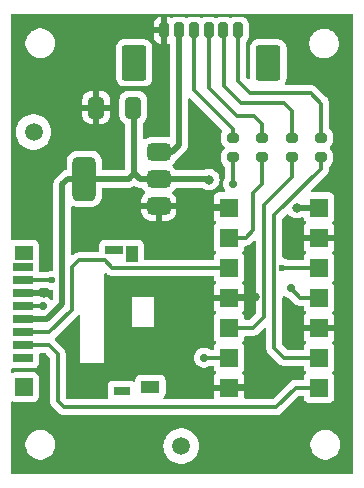
<source format=gbr>
%TF.GenerationSoftware,KiCad,Pcbnew,8.0.5-8.0.5-0~ubuntu20.04.1*%
%TF.CreationDate,2024-10-09T19:15:31-03:00*%
%TF.ProjectId,MicroSD,4d696372-6f53-4442-9e6b-696361645f70,Luis G_mez*%
%TF.SameCoordinates,Original*%
%TF.FileFunction,Copper,L1,Top*%
%TF.FilePolarity,Positive*%
%FSLAX46Y46*%
G04 Gerber Fmt 4.6, Leading zero omitted, Abs format (unit mm)*
G04 Created by KiCad (PCBNEW 8.0.5-8.0.5-0~ubuntu20.04.1) date 2024-10-09 19:15:31*
%MOMM*%
%LPD*%
G01*
G04 APERTURE LIST*
G04 Aperture macros list*
%AMRoundRect*
0 Rectangle with rounded corners*
0 $1 Rounding radius*
0 $2 $3 $4 $5 $6 $7 $8 $9 X,Y pos of 4 corners*
0 Add a 4 corners polygon primitive as box body*
4,1,4,$2,$3,$4,$5,$6,$7,$8,$9,$2,$3,0*
0 Add four circle primitives for the rounded corners*
1,1,$1+$1,$2,$3*
1,1,$1+$1,$4,$5*
1,1,$1+$1,$6,$7*
1,1,$1+$1,$8,$9*
0 Add four rect primitives between the rounded corners*
20,1,$1+$1,$2,$3,$4,$5,0*
20,1,$1+$1,$4,$5,$6,$7,0*
20,1,$1+$1,$6,$7,$8,$9,0*
20,1,$1+$1,$8,$9,$2,$3,0*%
G04 Aperture macros list end*
%TA.AperFunction,SMDPad,CuDef*%
%ADD10C,1.500000*%
%TD*%
%TA.AperFunction,SMDPad,CuDef*%
%ADD11RoundRect,0.200000X-0.275000X0.200000X-0.275000X-0.200000X0.275000X-0.200000X0.275000X0.200000X0*%
%TD*%
%TA.AperFunction,SMDPad,CuDef*%
%ADD12R,1.600000X1.600000*%
%TD*%
%TA.AperFunction,SMDPad,CuDef*%
%ADD13RoundRect,0.375000X0.625000X0.375000X-0.625000X0.375000X-0.625000X-0.375000X0.625000X-0.375000X0*%
%TD*%
%TA.AperFunction,SMDPad,CuDef*%
%ADD14RoundRect,0.500000X0.500000X1.400000X-0.500000X1.400000X-0.500000X-1.400000X0.500000X-1.400000X0*%
%TD*%
%TA.AperFunction,SMDPad,CuDef*%
%ADD15RoundRect,0.200000X0.275000X-0.200000X0.275000X0.200000X-0.275000X0.200000X-0.275000X-0.200000X0*%
%TD*%
%TA.AperFunction,SMDPad,CuDef*%
%ADD16RoundRect,0.200000X-0.200000X-0.450000X0.200000X-0.450000X0.200000X0.450000X-0.200000X0.450000X0*%
%TD*%
%TA.AperFunction,SMDPad,CuDef*%
%ADD17RoundRect,0.250001X-0.799999X-1.249999X0.799999X-1.249999X0.799999X1.249999X-0.799999X1.249999X0*%
%TD*%
%TA.AperFunction,SMDPad,CuDef*%
%ADD18RoundRect,0.250000X0.412500X0.650000X-0.412500X0.650000X-0.412500X-0.650000X0.412500X-0.650000X0*%
%TD*%
%TA.AperFunction,SMDPad,CuDef*%
%ADD19R,1.750000X0.700000*%
%TD*%
%TA.AperFunction,SMDPad,CuDef*%
%ADD20R,1.000000X1.450000*%
%TD*%
%TA.AperFunction,SMDPad,CuDef*%
%ADD21R,1.550000X1.000000*%
%TD*%
%TA.AperFunction,SMDPad,CuDef*%
%ADD22R,1.500000X0.800000*%
%TD*%
%TA.AperFunction,SMDPad,CuDef*%
%ADD23R,1.500000X1.300000*%
%TD*%
%TA.AperFunction,SMDPad,CuDef*%
%ADD24R,1.500000X1.500000*%
%TD*%
%TA.AperFunction,SMDPad,CuDef*%
%ADD25R,1.400000X0.800000*%
%TD*%
%TA.AperFunction,ViaPad*%
%ADD26C,0.800000*%
%TD*%
%TA.AperFunction,ViaPad*%
%ADD27C,0.700000*%
%TD*%
%TA.AperFunction,ViaPad*%
%ADD28C,0.600000*%
%TD*%
%TA.AperFunction,Conductor*%
%ADD29C,0.500000*%
%TD*%
%TA.AperFunction,Conductor*%
%ADD30C,0.350000*%
%TD*%
G04 APERTURE END LIST*
D10*
%TO.P,FID2,*%
%TO.N,*%
X102430000Y-110520000D03*
%TD*%
D11*
%TO.P,R2,1*%
%TO.N,Net-(J2-Pin_5)*%
X124300000Y-111010000D03*
%TO.P,R2,2*%
%TO.N,Net-(R2-Pad2)*%
X124300000Y-112660000D03*
%TD*%
D12*
%TO.P,U3,14,VCC*%
%TO.N,VDD*%
X126610000Y-116920000D03*
%TO.P,U3,13*%
%TO.N,GND*%
X126610000Y-119460000D03*
%TO.P,U3,12*%
%TO.N,Net-(J1-DAT0)*%
X126610000Y-122000000D03*
%TO.P,U3,11*%
%TO.N,Net-(R4-Pad1)*%
X126610000Y-124540000D03*
%TO.P,U3,10*%
%TO.N,GND*%
X126610000Y-127080000D03*
%TO.P,U3,9*%
%TO.N,Net-(R3-Pad2)*%
X126610000Y-129620000D03*
%TO.P,U3,8*%
%TO.N,/DAT3{slash}CD*%
X126610000Y-132160000D03*
%TO.P,U3,7,GND*%
%TO.N,GND*%
X118990000Y-132160000D03*
%TO.P,U3,6*%
%TO.N,Net-(J1-CLK)*%
X118990000Y-129620000D03*
%TO.P,U3,5*%
%TO.N,Net-(R2-Pad2)*%
X118990000Y-127080000D03*
%TO.P,U3,4*%
%TO.N,GND*%
X118990000Y-124540000D03*
%TO.P,U3,3*%
%TO.N,Net-(J1-CMD)*%
X118990000Y-122000000D03*
%TO.P,U3,2*%
%TO.N,Net-(R1-Pad2)*%
X118990000Y-119460000D03*
%TO.P,U3,1*%
%TO.N,GND*%
X118990000Y-116920000D03*
%TD*%
D11*
%TO.P,R1,1*%
%TO.N,Net-(J2-Pin_4)*%
X121800000Y-111010000D03*
%TO.P,R1,2*%
%TO.N,Net-(R1-Pad2)*%
X121800000Y-112660000D03*
%TD*%
D13*
%TO.P,U2,1,ADJ*%
%TO.N,GND*%
X113030000Y-116790000D03*
%TO.P,U2,2,VO*%
%TO.N,VDD*%
X113030000Y-114490000D03*
D14*
X106730000Y-114490000D03*
D13*
%TO.P,U2,3,VI*%
%TO.N,Net-(J2-Pin_2)*%
X113030000Y-112190000D03*
%TD*%
D11*
%TO.P,R3,1*%
%TO.N,Net-(J2-Pin_6)*%
X126800000Y-111010000D03*
%TO.P,R3,2*%
%TO.N,Net-(R3-Pad2)*%
X126800000Y-112660000D03*
%TD*%
D15*
%TO.P,R4,1*%
%TO.N,Net-(R4-Pad1)*%
X119300000Y-112660000D03*
%TO.P,R4,2*%
%TO.N,/PIN3*%
X119300000Y-111010000D03*
%TD*%
D16*
%TO.P,J2,1,Pin_1*%
%TO.N,GND*%
X113500000Y-101910000D03*
%TO.P,J2,2,Pin_2*%
%TO.N,Net-(J2-Pin_2)*%
X114750000Y-101910000D03*
%TO.P,J2,3,Pin_3*%
%TO.N,/PIN3*%
X116000000Y-101910000D03*
%TO.P,J2,4,Pin_4*%
%TO.N,Net-(J2-Pin_4)*%
X117250000Y-101910000D03*
%TO.P,J2,5,Pin_5*%
%TO.N,Net-(J2-Pin_5)*%
X118500000Y-101910000D03*
%TO.P,J2,6,Pin_6*%
%TO.N,Net-(J2-Pin_6)*%
X119750000Y-101910000D03*
D17*
%TO.P,J2,MP,MountPin*%
%TO.N,unconnected-(J2-MountPin-PadMP)*%
X110950000Y-104660000D03*
%TO.N,unconnected-(J2-MountPin-PadMP)_1*%
X122300000Y-104660000D03*
%TD*%
D10*
%TO.P,FID1,*%
%TO.N,*%
X114930000Y-137120000D03*
%TD*%
D18*
%TO.P,C1,1*%
%TO.N,VDD*%
X110862500Y-108460000D03*
%TO.P,C1,2*%
%TO.N,GND*%
X107737500Y-108460000D03*
%TD*%
D19*
%TO.P,J1,1,DAT2*%
%TO.N,unconnected-(J1-DAT2-Pad1)*%
X101530000Y-129670000D03*
%TO.P,J1,2,DAT3/CD*%
%TO.N,/DAT3{slash}CD*%
X101530000Y-128570000D03*
%TO.P,J1,3,CMD*%
%TO.N,Net-(J1-CMD)*%
X101530000Y-127470000D03*
%TO.P,J1,4,VDD*%
%TO.N,VDD*%
X101530000Y-126370000D03*
%TO.P,J1,5,CLK*%
%TO.N,Net-(J1-CLK)*%
X101530000Y-125270000D03*
%TO.P,J1,6,VSS*%
%TO.N,GND*%
X101530000Y-124170000D03*
%TO.P,J1,7,DAT0*%
%TO.N,Net-(J1-DAT0)*%
X101530000Y-123070000D03*
%TO.P,J1,8,DAT1*%
%TO.N,unconnected-(J1-DAT1-Pad8)*%
X101530000Y-121970000D03*
D20*
%TO.P,J1,9,SHIELD*%
%TO.N,unconnected-(J1-SHIELD-Pad9)*%
X110755000Y-120845000D03*
D21*
%TO.P,J1,10*%
%TO.N,N/C*%
X112330000Y-132070000D03*
D22*
%TO.P,J1,11*%
X109255000Y-120520000D03*
D23*
X101655000Y-120770000D03*
D24*
X101655000Y-132120000D03*
D25*
X109905000Y-132470000D03*
%TD*%
D26*
%TO.N,GND*%
X121100000Y-132070000D03*
X125010000Y-127080000D03*
X121155000Y-124470000D03*
X125090000Y-119460000D03*
X108530000Y-116820000D03*
X103280000Y-124170000D03*
X107800000Y-110260000D03*
D27*
%TO.N,Net-(J1-CLK)*%
X116880000Y-129620000D03*
X103234999Y-125270000D03*
D28*
%TO.N,Net-(J1-DAT0)*%
X104030000Y-123070000D03*
X123505000Y-122020000D03*
D27*
%TO.N,Net-(R4-Pad1)*%
X119300000Y-114910000D03*
X124210000Y-123760000D03*
D26*
%TO.N,VDD*%
X117280000Y-114540000D03*
X124728008Y-116918008D03*
%TD*%
D29*
%TO.N,GND*%
X125010000Y-127080000D02*
X126610000Y-127080000D01*
X113030000Y-116790000D02*
X118850000Y-116860000D01*
%TO.N,VDD*%
X110962500Y-114002500D02*
X110475000Y-114490000D01*
X110475000Y-114490000D02*
X106730000Y-114490000D01*
X101530000Y-126370000D02*
X103560000Y-126370000D01*
X103560000Y-126370000D02*
X104850000Y-125080000D01*
X105320000Y-114490000D02*
X106730000Y-114490000D01*
X104850000Y-125080000D02*
X104850000Y-114960000D01*
X104850000Y-114960000D02*
X105320000Y-114490000D01*
%TO.N,Net-(J2-Pin_2)*%
X114750000Y-101910000D02*
X114750000Y-111590000D01*
X114150000Y-112190000D02*
X113030000Y-112190000D01*
X114750000Y-111590000D02*
X114150000Y-112190000D01*
%TO.N,VDD*%
X117280000Y-114540000D02*
X117230000Y-114490000D01*
X117230000Y-114490000D02*
X113030000Y-114490000D01*
%TO.N,GND*%
X125090000Y-119460000D02*
X126610000Y-119460000D01*
D30*
%TO.N,Net-(R4-Pad1)*%
X124210000Y-123760000D02*
X124990000Y-124540000D01*
X124990000Y-124540000D02*
X126610000Y-124540000D01*
%TO.N,Net-(J1-CLK)*%
X103234999Y-125270000D02*
X101530000Y-125270000D01*
D29*
%TO.N,VDD*%
X110962500Y-114002500D02*
X111450000Y-114490000D01*
X111450000Y-114490000D02*
X113040000Y-114490000D01*
%TO.N,GND*%
X108530000Y-116820000D02*
X108570000Y-116780000D01*
X108570000Y-116780000D02*
X113020000Y-116780000D01*
X113020000Y-116780000D02*
X113030000Y-116790000D01*
D30*
%TO.N,Net-(J2-Pin_5)*%
X124300000Y-108770000D02*
X124300000Y-111010000D01*
X118530000Y-106640000D02*
X119970330Y-108080000D01*
X119970330Y-108080000D02*
X123610000Y-108080000D01*
X123610000Y-108080000D02*
X124300000Y-108770000D01*
%TO.N,/DAT3{slash}CD*%
X101530000Y-128570000D02*
X103740000Y-128570000D01*
X104480000Y-133270000D02*
X105030000Y-133820000D01*
X103740000Y-128570000D02*
X104480000Y-129310000D01*
X124640000Y-132160000D02*
X126610000Y-132160000D01*
X104480000Y-129310000D02*
X104480000Y-133270000D01*
X105030000Y-133820000D02*
X122980000Y-133820000D01*
X122980000Y-133820000D02*
X124640000Y-132160000D01*
%TO.N,Net-(J1-CMD)*%
X118990000Y-122000000D02*
X109082488Y-122000000D01*
X109082488Y-122000000D02*
X108477488Y-121395000D01*
X108477488Y-121395000D02*
X106280000Y-121395000D01*
X106280000Y-121395000D02*
X105700000Y-121975000D01*
X105700000Y-121975000D02*
X105700000Y-125550000D01*
X105700000Y-125550000D02*
X103780000Y-127470000D01*
X103780000Y-127470000D02*
X101530000Y-127470000D01*
%TO.N,Net-(R3-Pad2)*%
X126800000Y-112660000D02*
X126800000Y-113610000D01*
X126800000Y-113610000D02*
X122830000Y-117580000D01*
X123630000Y-129620000D02*
X126610000Y-129620000D01*
X122830000Y-117580000D02*
X122830000Y-128820000D01*
X122830000Y-128820000D02*
X123630000Y-129620000D01*
%TO.N,Net-(R1-Pad2)*%
X121780000Y-112680000D02*
X121780000Y-114960000D01*
X121780000Y-114960000D02*
X121030000Y-115710000D01*
X121030000Y-115710000D02*
X121030000Y-118820000D01*
X120390000Y-119460000D02*
X118990000Y-119460000D01*
X121030000Y-118820000D02*
X120390000Y-119460000D01*
%TO.N,Net-(J2-Pin_6)*%
X126800000Y-111010000D02*
X126800000Y-108110000D01*
X125890000Y-107200000D02*
X120760000Y-107200000D01*
X119750000Y-106190000D02*
X119750000Y-101910000D01*
X126800000Y-108110000D02*
X125890000Y-107200000D01*
X120760000Y-107200000D02*
X119750000Y-106190000D01*
%TO.N,/PIN3*%
X119300000Y-111010000D02*
X119300000Y-110300000D01*
X119300000Y-110300000D02*
X116000000Y-107000000D01*
X116000000Y-107000000D02*
X116000000Y-101910000D01*
%TO.N,Net-(J2-Pin_4)*%
X121800000Y-111010000D02*
X121800000Y-109870000D01*
X121800000Y-109870000D02*
X121130000Y-109200000D01*
X121130000Y-109200000D02*
X119660000Y-109200000D01*
X119660000Y-109200000D02*
X117250000Y-106790000D01*
X117250000Y-106790000D02*
X117250000Y-101910000D01*
%TO.N,Net-(J1-CLK)*%
X116880000Y-129620000D02*
X118990000Y-129620000D01*
D29*
%TO.N,GND*%
X121100000Y-132070000D02*
X119080000Y-132070000D01*
X121155000Y-124470000D02*
X119060000Y-124470000D01*
D30*
%TO.N,Net-(R2-Pad2)*%
X124300000Y-112660000D02*
X124300000Y-114300000D01*
X121930000Y-116670000D02*
X121930000Y-126170000D01*
X124300000Y-114300000D02*
X121930000Y-116670000D01*
X121930000Y-126170000D02*
X121020000Y-127080000D01*
X121020000Y-127080000D02*
X118990000Y-127080000D01*
D29*
%TO.N,GND*%
X107737500Y-108460000D02*
X107730000Y-103820000D01*
X107730000Y-103820000D02*
X107737500Y-103812500D01*
X107737500Y-103812500D02*
X107737500Y-102812500D01*
X107737500Y-102812500D02*
X108640000Y-101910000D01*
X108640000Y-101910000D02*
X113500000Y-101910000D01*
%TO.N,VDD*%
X126608008Y-116918008D02*
X126610000Y-116920000D01*
X124728008Y-116918008D02*
X126608008Y-116918008D01*
D30*
%TO.N,Net-(J1-DAT0)*%
X123505000Y-122020000D02*
X123525000Y-122000000D01*
X123525000Y-122000000D02*
X126610000Y-122000000D01*
D29*
%TO.N,GND*%
X107800000Y-110260000D02*
X107737500Y-110197500D01*
X107737500Y-110197500D02*
X107737500Y-108460000D01*
X103280000Y-124170000D02*
X101530000Y-124170000D01*
D30*
%TO.N,Net-(J1-DAT0)*%
X104030000Y-123070000D02*
X101530000Y-123070000D01*
%TO.N,Net-(R4-Pad1)*%
X119300000Y-112660000D02*
X119300000Y-114910000D01*
D29*
%TO.N,VDD*%
X110962500Y-108560000D02*
X110962500Y-114002500D01*
D30*
%TO.N,Net-(J2-Pin_5)*%
X118530000Y-101940000D02*
X118530000Y-106640000D01*
%TD*%
%TA.AperFunction,Conductor*%
%TO.N,GND*%
G36*
X129442539Y-100520185D02*
G01*
X129488294Y-100572989D01*
X129499500Y-100624500D01*
X129499500Y-139375500D01*
X129479815Y-139442539D01*
X129427011Y-139488294D01*
X129375500Y-139499500D01*
X100624500Y-139499500D01*
X100557461Y-139479815D01*
X100511706Y-139427011D01*
X100500500Y-139375500D01*
X100500500Y-136901577D01*
X101749500Y-136901577D01*
X101749500Y-137098422D01*
X101780290Y-137292826D01*
X101841117Y-137480029D01*
X101906771Y-137608881D01*
X101930476Y-137655405D01*
X102046172Y-137814646D01*
X102185354Y-137953828D01*
X102344595Y-138069524D01*
X102427455Y-138111743D01*
X102519970Y-138158882D01*
X102519972Y-138158882D01*
X102519975Y-138158884D01*
X102620317Y-138191487D01*
X102707173Y-138219709D01*
X102901578Y-138250500D01*
X102901583Y-138250500D01*
X103098422Y-138250500D01*
X103292826Y-138219709D01*
X103480025Y-138158884D01*
X103655405Y-138069524D01*
X103814646Y-137953828D01*
X103953828Y-137814646D01*
X104069524Y-137655405D01*
X104158884Y-137480025D01*
X104219709Y-137292826D01*
X104247083Y-137119994D01*
X113424357Y-137119994D01*
X113424357Y-137120005D01*
X113444890Y-137367812D01*
X113444892Y-137367824D01*
X113505936Y-137608881D01*
X113605826Y-137836606D01*
X113741833Y-138044782D01*
X113741836Y-138044785D01*
X113910256Y-138227738D01*
X114106491Y-138380474D01*
X114325190Y-138498828D01*
X114560386Y-138579571D01*
X114805665Y-138620500D01*
X115054335Y-138620500D01*
X115299614Y-138579571D01*
X115534810Y-138498828D01*
X115753509Y-138380474D01*
X115949744Y-138227738D01*
X116118164Y-138044785D01*
X116254173Y-137836607D01*
X116354063Y-137608881D01*
X116415108Y-137367821D01*
X116415109Y-137367812D01*
X116435643Y-137120005D01*
X116435643Y-137119994D01*
X116417544Y-136901577D01*
X125879500Y-136901577D01*
X125879500Y-137098422D01*
X125910290Y-137292826D01*
X125971117Y-137480029D01*
X126036771Y-137608881D01*
X126060476Y-137655405D01*
X126176172Y-137814646D01*
X126315354Y-137953828D01*
X126474595Y-138069524D01*
X126557455Y-138111743D01*
X126649970Y-138158882D01*
X126649972Y-138158882D01*
X126649975Y-138158884D01*
X126750317Y-138191487D01*
X126837173Y-138219709D01*
X127031578Y-138250500D01*
X127031583Y-138250500D01*
X127228422Y-138250500D01*
X127422826Y-138219709D01*
X127610025Y-138158884D01*
X127785405Y-138069524D01*
X127944646Y-137953828D01*
X128083828Y-137814646D01*
X128199524Y-137655405D01*
X128288884Y-137480025D01*
X128349709Y-137292826D01*
X128380500Y-137098422D01*
X128380500Y-136901577D01*
X128349709Y-136707173D01*
X128288882Y-136519970D01*
X128199523Y-136344594D01*
X128083828Y-136185354D01*
X127944646Y-136046172D01*
X127785405Y-135930476D01*
X127610029Y-135841117D01*
X127422826Y-135780290D01*
X127228422Y-135749500D01*
X127228417Y-135749500D01*
X127031583Y-135749500D01*
X127031578Y-135749500D01*
X126837173Y-135780290D01*
X126649970Y-135841117D01*
X126474594Y-135930476D01*
X126383741Y-135996485D01*
X126315354Y-136046172D01*
X126315352Y-136046174D01*
X126315351Y-136046174D01*
X126176174Y-136185351D01*
X126176174Y-136185352D01*
X126176172Y-136185354D01*
X126126485Y-136253741D01*
X126060476Y-136344594D01*
X125971117Y-136519970D01*
X125910290Y-136707173D01*
X125879500Y-136901577D01*
X116417544Y-136901577D01*
X116415109Y-136872187D01*
X116415107Y-136872175D01*
X116354063Y-136631118D01*
X116254173Y-136403393D01*
X116118166Y-136195217D01*
X116096557Y-136171744D01*
X115949744Y-136012262D01*
X115753509Y-135859526D01*
X115753507Y-135859525D01*
X115753506Y-135859524D01*
X115534811Y-135741172D01*
X115534802Y-135741169D01*
X115299616Y-135660429D01*
X115054335Y-135619500D01*
X114805665Y-135619500D01*
X114560383Y-135660429D01*
X114325197Y-135741169D01*
X114325188Y-135741172D01*
X114106493Y-135859524D01*
X113910257Y-136012261D01*
X113741833Y-136195217D01*
X113605826Y-136403393D01*
X113505936Y-136631118D01*
X113444892Y-136872175D01*
X113444890Y-136872187D01*
X113424357Y-137119994D01*
X104247083Y-137119994D01*
X104250500Y-137098422D01*
X104250500Y-136901577D01*
X104219709Y-136707173D01*
X104158882Y-136519970D01*
X104069523Y-136344594D01*
X103953828Y-136185354D01*
X103814646Y-136046172D01*
X103655405Y-135930476D01*
X103480029Y-135841117D01*
X103292826Y-135780290D01*
X103098422Y-135749500D01*
X103098417Y-135749500D01*
X102901583Y-135749500D01*
X102901578Y-135749500D01*
X102707173Y-135780290D01*
X102519970Y-135841117D01*
X102344594Y-135930476D01*
X102253741Y-135996485D01*
X102185354Y-136046172D01*
X102185352Y-136046174D01*
X102185351Y-136046174D01*
X102046174Y-136185351D01*
X102046174Y-136185352D01*
X102046172Y-136185354D01*
X101996485Y-136253741D01*
X101930476Y-136344594D01*
X101841117Y-136519970D01*
X101780290Y-136707173D01*
X101749500Y-136901577D01*
X100500500Y-136901577D01*
X100500500Y-133431904D01*
X100520185Y-133364865D01*
X100572989Y-133319110D01*
X100642147Y-133309166D01*
X100667832Y-133315721D01*
X100797517Y-133364091D01*
X100797516Y-133364091D01*
X100804444Y-133364835D01*
X100857127Y-133370500D01*
X102452872Y-133370499D01*
X102512483Y-133364091D01*
X102647331Y-133313796D01*
X102762546Y-133227546D01*
X102848796Y-133112331D01*
X102899091Y-132977483D01*
X102905500Y-132917873D01*
X102905499Y-131322128D01*
X102899091Y-131262517D01*
X102895402Y-131252627D01*
X102848797Y-131127671D01*
X102848793Y-131127664D01*
X102762547Y-131012455D01*
X102762544Y-131012452D01*
X102647335Y-130926206D01*
X102647328Y-130926202D01*
X102512482Y-130875908D01*
X102512483Y-130875908D01*
X102452883Y-130869501D01*
X102452881Y-130869500D01*
X102452873Y-130869500D01*
X102452864Y-130869500D01*
X100857129Y-130869500D01*
X100857123Y-130869501D01*
X100797515Y-130875909D01*
X100667832Y-130924277D01*
X100598141Y-130929261D01*
X100536818Y-130895775D01*
X100503334Y-130834452D01*
X100500500Y-130808095D01*
X100500500Y-130644499D01*
X100520185Y-130577460D01*
X100572989Y-130531705D01*
X100624495Y-130520499D01*
X102452872Y-130520499D01*
X102512483Y-130514091D01*
X102647331Y-130463796D01*
X102762546Y-130377546D01*
X102848796Y-130262331D01*
X102899091Y-130127483D01*
X102905500Y-130067873D01*
X102905499Y-129369499D01*
X102925183Y-129302461D01*
X102977987Y-129256706D01*
X103029499Y-129245500D01*
X103408837Y-129245500D01*
X103475876Y-129265185D01*
X103496518Y-129281819D01*
X103768181Y-129553482D01*
X103801666Y-129614805D01*
X103804500Y-129641163D01*
X103804500Y-133336535D01*
X103830457Y-133467028D01*
X103830459Y-133467036D01*
X103881378Y-133589965D01*
X103881383Y-133589975D01*
X103955304Y-133700605D01*
X103955307Y-133700609D01*
X104505305Y-134250606D01*
X104599394Y-134344695D01*
X104599397Y-134344697D01*
X104599398Y-134344698D01*
X104710020Y-134418613D01*
X104710023Y-134418614D01*
X104710031Y-134418620D01*
X104832964Y-134469540D01*
X104832968Y-134469540D01*
X104832969Y-134469541D01*
X104963466Y-134495500D01*
X104963469Y-134495500D01*
X123046532Y-134495500D01*
X123046533Y-134495499D01*
X123177036Y-134469541D01*
X123299969Y-134418620D01*
X123410606Y-134344695D01*
X124883482Y-132871819D01*
X124944805Y-132838334D01*
X124971163Y-132835500D01*
X125185501Y-132835500D01*
X125252540Y-132855185D01*
X125298295Y-132907989D01*
X125309501Y-132959500D01*
X125309501Y-133007876D01*
X125315908Y-133067483D01*
X125366202Y-133202328D01*
X125366206Y-133202335D01*
X125452452Y-133317544D01*
X125452455Y-133317547D01*
X125567664Y-133403793D01*
X125567671Y-133403797D01*
X125702517Y-133454091D01*
X125702516Y-133454091D01*
X125709444Y-133454835D01*
X125762127Y-133460500D01*
X127457872Y-133460499D01*
X127517483Y-133454091D01*
X127652331Y-133403796D01*
X127767546Y-133317546D01*
X127853796Y-133202331D01*
X127904091Y-133067483D01*
X127910500Y-133007873D01*
X127910499Y-131312128D01*
X127904091Y-131252517D01*
X127889148Y-131212454D01*
X127853797Y-131117671D01*
X127853793Y-131117664D01*
X127767547Y-131002455D01*
X127767546Y-131002454D01*
X127750347Y-130989579D01*
X127749929Y-130989266D01*
X127708058Y-130933334D01*
X127703074Y-130863642D01*
X127736558Y-130802319D01*
X127749930Y-130790733D01*
X127767546Y-130777546D01*
X127853796Y-130662331D01*
X127904091Y-130527483D01*
X127910500Y-130467873D01*
X127910499Y-128772128D01*
X127904091Y-128712517D01*
X127853796Y-128577669D01*
X127853795Y-128577668D01*
X127853793Y-128577664D01*
X127767547Y-128462455D01*
X127749511Y-128448953D01*
X127707640Y-128393019D01*
X127702657Y-128323327D01*
X127736143Y-128262004D01*
X127749515Y-128250418D01*
X127767191Y-128237186D01*
X127853350Y-128122093D01*
X127853354Y-128122086D01*
X127903596Y-127987379D01*
X127903598Y-127987372D01*
X127909999Y-127927844D01*
X127910000Y-127927827D01*
X127910000Y-127330000D01*
X125310000Y-127330000D01*
X125310000Y-127927844D01*
X125316401Y-127987372D01*
X125316403Y-127987379D01*
X125366645Y-128122086D01*
X125366649Y-128122093D01*
X125452808Y-128237185D01*
X125470486Y-128250419D01*
X125512357Y-128306352D01*
X125517342Y-128376044D01*
X125483858Y-128437367D01*
X125470490Y-128448951D01*
X125452455Y-128462452D01*
X125452452Y-128462455D01*
X125366206Y-128577664D01*
X125366202Y-128577671D01*
X125315908Y-128712517D01*
X125311506Y-128753469D01*
X125309501Y-128772123D01*
X125309500Y-128772135D01*
X125309500Y-128820500D01*
X125289815Y-128887539D01*
X125237011Y-128933294D01*
X125185500Y-128944500D01*
X123961163Y-128944500D01*
X123894124Y-128924815D01*
X123873482Y-128908181D01*
X123541819Y-128576518D01*
X123508334Y-128515195D01*
X123505500Y-128488837D01*
X123505500Y-124542790D01*
X123525185Y-124475751D01*
X123577989Y-124429996D01*
X123647147Y-124420052D01*
X123702386Y-124442473D01*
X123782401Y-124500608D01*
X123782402Y-124500609D01*
X123782404Y-124500610D01*
X123782407Y-124500612D01*
X123945733Y-124573329D01*
X124065112Y-124598703D01*
X124126592Y-124631895D01*
X124127011Y-124632312D01*
X124465305Y-124970606D01*
X124559394Y-125064695D01*
X124559397Y-125064697D01*
X124559398Y-125064698D01*
X124670020Y-125138613D01*
X124670024Y-125138615D01*
X124670031Y-125138620D01*
X124706037Y-125153534D01*
X124792964Y-125189541D01*
X124923464Y-125215499D01*
X124923468Y-125215500D01*
X124923469Y-125215500D01*
X125185501Y-125215500D01*
X125252540Y-125235185D01*
X125298295Y-125287989D01*
X125309501Y-125339500D01*
X125309501Y-125387876D01*
X125315908Y-125447483D01*
X125366202Y-125582328D01*
X125366206Y-125582335D01*
X125452452Y-125697544D01*
X125452455Y-125697547D01*
X125470487Y-125711046D01*
X125512358Y-125766980D01*
X125517342Y-125836671D01*
X125483856Y-125897994D01*
X125470488Y-125909578D01*
X125452809Y-125922812D01*
X125366649Y-126037906D01*
X125366645Y-126037913D01*
X125316403Y-126172620D01*
X125316401Y-126172627D01*
X125310000Y-126232155D01*
X125310000Y-126830000D01*
X127910000Y-126830000D01*
X127910000Y-126232172D01*
X127909999Y-126232155D01*
X127903598Y-126172627D01*
X127903596Y-126172620D01*
X127853354Y-126037913D01*
X127853350Y-126037906D01*
X127767190Y-125922812D01*
X127767189Y-125922811D01*
X127749513Y-125909579D01*
X127707641Y-125853646D01*
X127702657Y-125783954D01*
X127736142Y-125722631D01*
X127749500Y-125711055D01*
X127767546Y-125697546D01*
X127853796Y-125582331D01*
X127904091Y-125447483D01*
X127910500Y-125387873D01*
X127910499Y-123692128D01*
X127904091Y-123632517D01*
X127898621Y-123617852D01*
X127853797Y-123497671D01*
X127853793Y-123497664D01*
X127767547Y-123382455D01*
X127767546Y-123382454D01*
X127750347Y-123369579D01*
X127749929Y-123369266D01*
X127708058Y-123313334D01*
X127703074Y-123243642D01*
X127736558Y-123182319D01*
X127749930Y-123170733D01*
X127767546Y-123157546D01*
X127853796Y-123042331D01*
X127904091Y-122907483D01*
X127910500Y-122847873D01*
X127910499Y-121152128D01*
X127904091Y-121092517D01*
X127853796Y-120957669D01*
X127853795Y-120957668D01*
X127853793Y-120957664D01*
X127767547Y-120842455D01*
X127749511Y-120828953D01*
X127707640Y-120773019D01*
X127702657Y-120703327D01*
X127736143Y-120642004D01*
X127749515Y-120630418D01*
X127767191Y-120617186D01*
X127853350Y-120502093D01*
X127853354Y-120502086D01*
X127903596Y-120367379D01*
X127903598Y-120367372D01*
X127909999Y-120307844D01*
X127910000Y-120307827D01*
X127910000Y-119710000D01*
X125310000Y-119710000D01*
X125310000Y-120307844D01*
X125316401Y-120367372D01*
X125316403Y-120367379D01*
X125366645Y-120502086D01*
X125366649Y-120502093D01*
X125452808Y-120617185D01*
X125470486Y-120630419D01*
X125512357Y-120686352D01*
X125517342Y-120756044D01*
X125483858Y-120817367D01*
X125470490Y-120828951D01*
X125452455Y-120842452D01*
X125452452Y-120842455D01*
X125366206Y-120957664D01*
X125366202Y-120957671D01*
X125315908Y-121092517D01*
X125309501Y-121152116D01*
X125309501Y-121152123D01*
X125309500Y-121152135D01*
X125309500Y-121200500D01*
X125289815Y-121267539D01*
X125237011Y-121313294D01*
X125185500Y-121324500D01*
X123938451Y-121324500D01*
X123872480Y-121305495D01*
X123854522Y-121294211D01*
X123684255Y-121234632D01*
X123684254Y-121234631D01*
X123684249Y-121234630D01*
X123615616Y-121226897D01*
X123551202Y-121199830D01*
X123511647Y-121142235D01*
X123505500Y-121103677D01*
X123505500Y-117911162D01*
X123525185Y-117844123D01*
X123541815Y-117823485D01*
X123864987Y-117500312D01*
X123926308Y-117466829D01*
X123995999Y-117471813D01*
X124044814Y-117505021D01*
X124122137Y-117590896D01*
X124122140Y-117590898D01*
X124275273Y-117702156D01*
X124275278Y-117702159D01*
X124448200Y-117779150D01*
X124448205Y-117779152D01*
X124633362Y-117818508D01*
X124633363Y-117818508D01*
X124822652Y-117818508D01*
X124822654Y-117818508D01*
X125007811Y-117779152D01*
X125141350Y-117719695D01*
X125210597Y-117710410D01*
X125273874Y-117740038D01*
X125311088Y-117799173D01*
X125315073Y-117819717D01*
X125315907Y-117827480D01*
X125366202Y-117962328D01*
X125366206Y-117962335D01*
X125452452Y-118077544D01*
X125452455Y-118077547D01*
X125470487Y-118091046D01*
X125512358Y-118146980D01*
X125517342Y-118216671D01*
X125483856Y-118277994D01*
X125470488Y-118289578D01*
X125452809Y-118302812D01*
X125366649Y-118417906D01*
X125366645Y-118417913D01*
X125316403Y-118552620D01*
X125316401Y-118552627D01*
X125310000Y-118612155D01*
X125310000Y-119210000D01*
X127910000Y-119210000D01*
X127910000Y-118612172D01*
X127909999Y-118612155D01*
X127903598Y-118552627D01*
X127903596Y-118552620D01*
X127853354Y-118417913D01*
X127853350Y-118417906D01*
X127767190Y-118302812D01*
X127767189Y-118302811D01*
X127749513Y-118289579D01*
X127707641Y-118233646D01*
X127702657Y-118163954D01*
X127736142Y-118102631D01*
X127749500Y-118091055D01*
X127767546Y-118077546D01*
X127853796Y-117962331D01*
X127904091Y-117827483D01*
X127910500Y-117767873D01*
X127910499Y-116072128D01*
X127904091Y-116012517D01*
X127880039Y-115948031D01*
X127853797Y-115877671D01*
X127853793Y-115877664D01*
X127767547Y-115762455D01*
X127767544Y-115762452D01*
X127652335Y-115676206D01*
X127652328Y-115676202D01*
X127517482Y-115625908D01*
X127517483Y-115625908D01*
X127457883Y-115619501D01*
X127457881Y-115619500D01*
X127457873Y-115619500D01*
X127457865Y-115619500D01*
X126045161Y-115619500D01*
X125978122Y-115599815D01*
X125932367Y-115547011D01*
X125922423Y-115477853D01*
X125951448Y-115414297D01*
X125957464Y-115407835D01*
X127324695Y-114040606D01*
X127398620Y-113929969D01*
X127449541Y-113807036D01*
X127475500Y-113676531D01*
X127475500Y-113543469D01*
X127475500Y-113501519D01*
X127495185Y-113434480D01*
X127511814Y-113413842D01*
X127630472Y-113295185D01*
X127718478Y-113149606D01*
X127769086Y-112987196D01*
X127775500Y-112916616D01*
X127775500Y-112403384D01*
X127769086Y-112332804D01*
X127718478Y-112170394D01*
X127630472Y-112024815D01*
X127630470Y-112024813D01*
X127630469Y-112024811D01*
X127528339Y-111922681D01*
X127494854Y-111861358D01*
X127499838Y-111791666D01*
X127528339Y-111747319D01*
X127630468Y-111645189D01*
X127630469Y-111645188D01*
X127630472Y-111645185D01*
X127718478Y-111499606D01*
X127769086Y-111337196D01*
X127775500Y-111266616D01*
X127775500Y-110753384D01*
X127769086Y-110682804D01*
X127718478Y-110520394D01*
X127630472Y-110374815D01*
X127630470Y-110374813D01*
X127630469Y-110374811D01*
X127511819Y-110256161D01*
X127478334Y-110194838D01*
X127475500Y-110168480D01*
X127475500Y-108043466D01*
X127449541Y-107912969D01*
X127449540Y-107912968D01*
X127449540Y-107912964D01*
X127398620Y-107790031D01*
X127378541Y-107759981D01*
X127324698Y-107679398D01*
X127324697Y-107679397D01*
X127324695Y-107679394D01*
X127230606Y-107585305D01*
X126862589Y-107217288D01*
X126320609Y-106675307D01*
X126320605Y-106675304D01*
X126209975Y-106601383D01*
X126209965Y-106601378D01*
X126087036Y-106550459D01*
X126087028Y-106550457D01*
X125956535Y-106524500D01*
X125956531Y-106524500D01*
X123824928Y-106524500D01*
X123757889Y-106504815D01*
X123712134Y-106452011D01*
X123702190Y-106382853D01*
X123719390Y-106335403D01*
X123784812Y-106229337D01*
X123784813Y-106229335D01*
X123784814Y-106229334D01*
X123839999Y-106062797D01*
X123850500Y-105960008D01*
X123850500Y-103359992D01*
X123839999Y-103257203D01*
X123784814Y-103090666D01*
X123765898Y-103059999D01*
X123692713Y-102941348D01*
X123692710Y-102941344D01*
X123672943Y-102921577D01*
X125779500Y-102921577D01*
X125779500Y-103118422D01*
X125810290Y-103312826D01*
X125871117Y-103500029D01*
X125960476Y-103675405D01*
X126076172Y-103834646D01*
X126215354Y-103973828D01*
X126374595Y-104089524D01*
X126457455Y-104131743D01*
X126549970Y-104178882D01*
X126549972Y-104178882D01*
X126549975Y-104178884D01*
X126650317Y-104211487D01*
X126737173Y-104239709D01*
X126931578Y-104270500D01*
X126931583Y-104270500D01*
X127128422Y-104270500D01*
X127322826Y-104239709D01*
X127384379Y-104219709D01*
X127510025Y-104178884D01*
X127685405Y-104089524D01*
X127844646Y-103973828D01*
X127983828Y-103834646D01*
X128099524Y-103675405D01*
X128188884Y-103500025D01*
X128249709Y-103312826D01*
X128258519Y-103257203D01*
X128280500Y-103118422D01*
X128280500Y-102921577D01*
X128249709Y-102727173D01*
X128188882Y-102539970D01*
X128126028Y-102416613D01*
X128099524Y-102364595D01*
X127983828Y-102205354D01*
X127844646Y-102066172D01*
X127685405Y-101950476D01*
X127646153Y-101930476D01*
X127510029Y-101861117D01*
X127322826Y-101800290D01*
X127128422Y-101769500D01*
X127128417Y-101769500D01*
X126931583Y-101769500D01*
X126931578Y-101769500D01*
X126737173Y-101800290D01*
X126549970Y-101861117D01*
X126374594Y-101950476D01*
X126283741Y-102016485D01*
X126215354Y-102066172D01*
X126215352Y-102066174D01*
X126215351Y-102066174D01*
X126076174Y-102205351D01*
X126076174Y-102205352D01*
X126076172Y-102205354D01*
X126026485Y-102273741D01*
X125960476Y-102364594D01*
X125871117Y-102539970D01*
X125810290Y-102727173D01*
X125779500Y-102921577D01*
X123672943Y-102921577D01*
X123568655Y-102817289D01*
X123568651Y-102817286D01*
X123419337Y-102725187D01*
X123419335Y-102725186D01*
X123336065Y-102697593D01*
X123252797Y-102670001D01*
X123252795Y-102670000D01*
X123150015Y-102659500D01*
X123150008Y-102659500D01*
X121449992Y-102659500D01*
X121449984Y-102659500D01*
X121347204Y-102670000D01*
X121347203Y-102670001D01*
X121180664Y-102725186D01*
X121180662Y-102725187D01*
X121031348Y-102817286D01*
X121031344Y-102817289D01*
X120907289Y-102941344D01*
X120907286Y-102941348D01*
X120815187Y-103090662D01*
X120815186Y-103090664D01*
X120760001Y-103257203D01*
X120760000Y-103257204D01*
X120749500Y-103359984D01*
X120749500Y-105934837D01*
X120729815Y-106001876D01*
X120677011Y-106047631D01*
X120607853Y-106057575D01*
X120544297Y-106028550D01*
X120537819Y-106022518D01*
X120461819Y-105946518D01*
X120428334Y-105885195D01*
X120425500Y-105858837D01*
X120425500Y-102926519D01*
X120445185Y-102859480D01*
X120461820Y-102838837D01*
X120483371Y-102817286D01*
X120505472Y-102795185D01*
X120593478Y-102649606D01*
X120644086Y-102487196D01*
X120650500Y-102416616D01*
X120650500Y-101403384D01*
X120644086Y-101332804D01*
X120593478Y-101170394D01*
X120505472Y-101024815D01*
X120505470Y-101024813D01*
X120505469Y-101024811D01*
X120385188Y-100904530D01*
X120340837Y-100877719D01*
X120239606Y-100816522D01*
X120077196Y-100765914D01*
X120077194Y-100765913D01*
X120077192Y-100765913D01*
X120027778Y-100761423D01*
X120006616Y-100759500D01*
X119493384Y-100759500D01*
X119474145Y-100761248D01*
X119422807Y-100765913D01*
X119260391Y-100816523D01*
X119189149Y-100859590D01*
X119121594Y-100877426D01*
X119060851Y-100859590D01*
X118989608Y-100816523D01*
X118989607Y-100816522D01*
X118989606Y-100816522D01*
X118827196Y-100765914D01*
X118827194Y-100765913D01*
X118827192Y-100765913D01*
X118777778Y-100761423D01*
X118756616Y-100759500D01*
X118243384Y-100759500D01*
X118224145Y-100761248D01*
X118172807Y-100765913D01*
X118010391Y-100816523D01*
X117939149Y-100859590D01*
X117871594Y-100877426D01*
X117810851Y-100859590D01*
X117739608Y-100816523D01*
X117739607Y-100816522D01*
X117739606Y-100816522D01*
X117577196Y-100765914D01*
X117577194Y-100765913D01*
X117577192Y-100765913D01*
X117527778Y-100761423D01*
X117506616Y-100759500D01*
X116993384Y-100759500D01*
X116974145Y-100761248D01*
X116922807Y-100765913D01*
X116760391Y-100816523D01*
X116689149Y-100859590D01*
X116621594Y-100877426D01*
X116560851Y-100859590D01*
X116489608Y-100816523D01*
X116489607Y-100816522D01*
X116489606Y-100816522D01*
X116327196Y-100765914D01*
X116327194Y-100765913D01*
X116327192Y-100765913D01*
X116277778Y-100761423D01*
X116256616Y-100759500D01*
X115743384Y-100759500D01*
X115724145Y-100761248D01*
X115672807Y-100765913D01*
X115510391Y-100816523D01*
X115439149Y-100859590D01*
X115371594Y-100877426D01*
X115310851Y-100859590D01*
X115239608Y-100816523D01*
X115239607Y-100816522D01*
X115239606Y-100816522D01*
X115077196Y-100765914D01*
X115077194Y-100765913D01*
X115077192Y-100765913D01*
X115027778Y-100761423D01*
X115006616Y-100759500D01*
X114493384Y-100759500D01*
X114474145Y-100761248D01*
X114422807Y-100765913D01*
X114260391Y-100816523D01*
X114188665Y-100859883D01*
X114121111Y-100877719D01*
X114060367Y-100859883D01*
X113989400Y-100816982D01*
X113989396Y-100816980D01*
X113827105Y-100766409D01*
X113827106Y-100766409D01*
X113756572Y-100760000D01*
X113750000Y-100760000D01*
X113750000Y-103059999D01*
X113756581Y-103059999D01*
X113827101Y-103053591D01*
X113838604Y-103050007D01*
X113908464Y-103048853D01*
X113967858Y-103085651D01*
X113997929Y-103148718D01*
X113999500Y-103168391D01*
X113999500Y-110839892D01*
X113979815Y-110906931D01*
X113927011Y-110952686D01*
X113857853Y-110962630D01*
X113845574Y-110960227D01*
X113773893Y-110942400D01*
X113749451Y-110940742D01*
X113731123Y-110939500D01*
X113731120Y-110939500D01*
X112328877Y-110939500D01*
X112328874Y-110939501D01*
X112286113Y-110942399D01*
X112286112Y-110942399D01*
X112101303Y-110988360D01*
X111930707Y-111072967D01*
X111930706Y-111072968D01*
X111914685Y-111085846D01*
X111850100Y-111112503D01*
X111781356Y-111100011D01*
X111730279Y-111052337D01*
X111713000Y-110989197D01*
X111713000Y-109784730D01*
X111732685Y-109717691D01*
X111749319Y-109697049D01*
X111773409Y-109672959D01*
X111867712Y-109578656D01*
X111959814Y-109429334D01*
X112014999Y-109262797D01*
X112025500Y-109160009D01*
X112025499Y-107759992D01*
X112014999Y-107657203D01*
X111959814Y-107490666D01*
X111867712Y-107341344D01*
X111743656Y-107217288D01*
X111594334Y-107125186D01*
X111427797Y-107070001D01*
X111427795Y-107070000D01*
X111325010Y-107059500D01*
X110399998Y-107059500D01*
X110399980Y-107059501D01*
X110297203Y-107070000D01*
X110297200Y-107070001D01*
X110130668Y-107125185D01*
X110130663Y-107125187D01*
X109981342Y-107217289D01*
X109857289Y-107341342D01*
X109765187Y-107490663D01*
X109765185Y-107490668D01*
X109765115Y-107490880D01*
X109710001Y-107657203D01*
X109710001Y-107657204D01*
X109710000Y-107657204D01*
X109699500Y-107759983D01*
X109699500Y-109160001D01*
X109699501Y-109160018D01*
X109710000Y-109262796D01*
X109710001Y-109262799D01*
X109759529Y-109412262D01*
X109765186Y-109429334D01*
X109857288Y-109578656D01*
X109981344Y-109702712D01*
X110129927Y-109794358D01*
X110130671Y-109794817D01*
X110137216Y-109797869D01*
X110136228Y-109799987D01*
X110184448Y-109833372D01*
X110211272Y-109897887D01*
X110212000Y-109911307D01*
X110212000Y-113615500D01*
X110192315Y-113682539D01*
X110139511Y-113728294D01*
X110088000Y-113739500D01*
X108354499Y-113739500D01*
X108287460Y-113719815D01*
X108241705Y-113667011D01*
X108230499Y-113615500D01*
X108230499Y-113031971D01*
X108230499Y-113031964D01*
X108219886Y-112912582D01*
X108163909Y-112716951D01*
X108069698Y-112536593D01*
X108017684Y-112472803D01*
X107941109Y-112378890D01*
X107783409Y-112250304D01*
X107783410Y-112250304D01*
X107783407Y-112250302D01*
X107603049Y-112156091D01*
X107603048Y-112156090D01*
X107603045Y-112156089D01*
X107485829Y-112122550D01*
X107407418Y-112100114D01*
X107407415Y-112100113D01*
X107407413Y-112100113D01*
X107341102Y-112094217D01*
X107288037Y-112089500D01*
X107288032Y-112089500D01*
X106171971Y-112089500D01*
X106171965Y-112089500D01*
X106171964Y-112089501D01*
X106160316Y-112090536D01*
X106052584Y-112100113D01*
X105856954Y-112156089D01*
X105829571Y-112170393D01*
X105676593Y-112250302D01*
X105676591Y-112250303D01*
X105676590Y-112250304D01*
X105518890Y-112378890D01*
X105390304Y-112536590D01*
X105296089Y-112716954D01*
X105240114Y-112912583D01*
X105240113Y-112912586D01*
X105229500Y-113031966D01*
X105229500Y-113641034D01*
X105209815Y-113708073D01*
X105157011Y-113753828D01*
X105129693Y-113762651D01*
X105101091Y-113768340D01*
X105101084Y-113768342D01*
X104964511Y-113824912D01*
X104964498Y-113824919D01*
X104841584Y-113907048D01*
X104841580Y-113907051D01*
X104267048Y-114481583D01*
X104263585Y-114486765D01*
X104256724Y-114497036D01*
X104228017Y-114540000D01*
X104184914Y-114604507D01*
X104128343Y-114741082D01*
X104128340Y-114741092D01*
X104099500Y-114886079D01*
X104099500Y-122145790D01*
X104079815Y-122212829D01*
X104027011Y-122258584D01*
X103989384Y-122269010D01*
X103850749Y-122284630D01*
X103850745Y-122284631D01*
X103680475Y-122344211D01*
X103630693Y-122375493D01*
X103564720Y-122394500D01*
X103029500Y-122394500D01*
X102962461Y-122374815D01*
X102916706Y-122322011D01*
X102905500Y-122270500D01*
X102905499Y-121572128D01*
X102905498Y-121572111D01*
X102901320Y-121533253D01*
X102901320Y-121506747D01*
X102905500Y-121467873D01*
X102905499Y-120072128D01*
X102899091Y-120012517D01*
X102848796Y-119877669D01*
X102848795Y-119877668D01*
X102848793Y-119877664D01*
X102762547Y-119762455D01*
X102762544Y-119762452D01*
X102647335Y-119676206D01*
X102647328Y-119676202D01*
X102512482Y-119625908D01*
X102512483Y-119625908D01*
X102452883Y-119619501D01*
X102452881Y-119619500D01*
X102452873Y-119619500D01*
X102452864Y-119619500D01*
X100857129Y-119619500D01*
X100857123Y-119619501D01*
X100797515Y-119625909D01*
X100667832Y-119674277D01*
X100598141Y-119679261D01*
X100536818Y-119645775D01*
X100503334Y-119584452D01*
X100500500Y-119558095D01*
X100500500Y-110519994D01*
X100924357Y-110519994D01*
X100924357Y-110520005D01*
X100944890Y-110767812D01*
X100944892Y-110767824D01*
X101005936Y-111008881D01*
X101105826Y-111236606D01*
X101241833Y-111444782D01*
X101241836Y-111444785D01*
X101410256Y-111627738D01*
X101606491Y-111780474D01*
X101606493Y-111780475D01*
X101755951Y-111861358D01*
X101825190Y-111898828D01*
X102060386Y-111979571D01*
X102305665Y-112020500D01*
X102554335Y-112020500D01*
X102799614Y-111979571D01*
X103034810Y-111898828D01*
X103253509Y-111780474D01*
X103449744Y-111627738D01*
X103618164Y-111444785D01*
X103754173Y-111236607D01*
X103854063Y-111008881D01*
X103915108Y-110767821D01*
X103916304Y-110753386D01*
X103935643Y-110520005D01*
X103935643Y-110519994D01*
X103915109Y-110272187D01*
X103915107Y-110272175D01*
X103854063Y-110031118D01*
X103754173Y-109803393D01*
X103618166Y-109595217D01*
X103474724Y-109439398D01*
X103449744Y-109412262D01*
X103253509Y-109259526D01*
X103253507Y-109259525D01*
X103253506Y-109259524D01*
X103069576Y-109159986D01*
X106575001Y-109159986D01*
X106585494Y-109262697D01*
X106640641Y-109429119D01*
X106640643Y-109429124D01*
X106732684Y-109578345D01*
X106856654Y-109702315D01*
X107005875Y-109794356D01*
X107005880Y-109794358D01*
X107172302Y-109849505D01*
X107172309Y-109849506D01*
X107275019Y-109859999D01*
X107487499Y-109859999D01*
X107987500Y-109859999D01*
X108199972Y-109859999D01*
X108199986Y-109859998D01*
X108302697Y-109849505D01*
X108469119Y-109794358D01*
X108469124Y-109794356D01*
X108618345Y-109702315D01*
X108742315Y-109578345D01*
X108834356Y-109429124D01*
X108834358Y-109429119D01*
X108889505Y-109262697D01*
X108889506Y-109262690D01*
X108899999Y-109159986D01*
X108900000Y-109159973D01*
X108900000Y-108710000D01*
X107987500Y-108710000D01*
X107987500Y-109859999D01*
X107487499Y-109859999D01*
X107487500Y-109859998D01*
X107487500Y-108710000D01*
X106575001Y-108710000D01*
X106575001Y-109159986D01*
X103069576Y-109159986D01*
X103034811Y-109141172D01*
X103034802Y-109141169D01*
X102799616Y-109060429D01*
X102554335Y-109019500D01*
X102305665Y-109019500D01*
X102060383Y-109060429D01*
X101825197Y-109141169D01*
X101825188Y-109141172D01*
X101606493Y-109259524D01*
X101410257Y-109412261D01*
X101241833Y-109595217D01*
X101105826Y-109803393D01*
X101005936Y-110031118D01*
X100944892Y-110272175D01*
X100944890Y-110272187D01*
X100924357Y-110519994D01*
X100500500Y-110519994D01*
X100500500Y-107760013D01*
X106575000Y-107760013D01*
X106575000Y-108210000D01*
X107487500Y-108210000D01*
X107987500Y-108210000D01*
X108899999Y-108210000D01*
X108899999Y-107760028D01*
X108899998Y-107760013D01*
X108889505Y-107657302D01*
X108834358Y-107490880D01*
X108834356Y-107490875D01*
X108742315Y-107341654D01*
X108618345Y-107217684D01*
X108469124Y-107125643D01*
X108469119Y-107125641D01*
X108302697Y-107070494D01*
X108302690Y-107070493D01*
X108199986Y-107060000D01*
X107987500Y-107060000D01*
X107987500Y-108210000D01*
X107487500Y-108210000D01*
X107487500Y-107060000D01*
X107275029Y-107060000D01*
X107275012Y-107060001D01*
X107172302Y-107070494D01*
X107005880Y-107125641D01*
X107005875Y-107125643D01*
X106856654Y-107217684D01*
X106732684Y-107341654D01*
X106640643Y-107490875D01*
X106640641Y-107490880D01*
X106585494Y-107657302D01*
X106585493Y-107657309D01*
X106575000Y-107760013D01*
X100500500Y-107760013D01*
X100500500Y-102901577D01*
X101749500Y-102901577D01*
X101749500Y-103098422D01*
X101780290Y-103292826D01*
X101841117Y-103480029D01*
X101851306Y-103500025D01*
X101930476Y-103655405D01*
X102046172Y-103814646D01*
X102185354Y-103953828D01*
X102344595Y-104069524D01*
X102427455Y-104111743D01*
X102519970Y-104158882D01*
X102519972Y-104158882D01*
X102519975Y-104158884D01*
X102620317Y-104191487D01*
X102707173Y-104219709D01*
X102901578Y-104250500D01*
X102901583Y-104250500D01*
X103098422Y-104250500D01*
X103292826Y-104219709D01*
X103480025Y-104158884D01*
X103655405Y-104069524D01*
X103814646Y-103953828D01*
X103953828Y-103814646D01*
X104069524Y-103655405D01*
X104158884Y-103480025D01*
X104197888Y-103359984D01*
X109399500Y-103359984D01*
X109399500Y-105960015D01*
X109410000Y-106062795D01*
X109410001Y-106062796D01*
X109465186Y-106229335D01*
X109465187Y-106229337D01*
X109557286Y-106378651D01*
X109557289Y-106378655D01*
X109681344Y-106502710D01*
X109681348Y-106502713D01*
X109830662Y-106594812D01*
X109830664Y-106594813D01*
X109830666Y-106594814D01*
X109997203Y-106649999D01*
X110099992Y-106660500D01*
X110099997Y-106660500D01*
X111800003Y-106660500D01*
X111800008Y-106660500D01*
X111902797Y-106649999D01*
X112069334Y-106594814D01*
X112218655Y-106502711D01*
X112342711Y-106378655D01*
X112434814Y-106229334D01*
X112489999Y-106062797D01*
X112500500Y-105960008D01*
X112500500Y-103359992D01*
X112489999Y-103257203D01*
X112434814Y-103090666D01*
X112415898Y-103059999D01*
X112342713Y-102941348D01*
X112342710Y-102941344D01*
X112218655Y-102817289D01*
X112218651Y-102817286D01*
X112069337Y-102725187D01*
X112069335Y-102725186D01*
X111986065Y-102697593D01*
X111902797Y-102670001D01*
X111902795Y-102670000D01*
X111800015Y-102659500D01*
X111800008Y-102659500D01*
X110099992Y-102659500D01*
X110099984Y-102659500D01*
X109997204Y-102670000D01*
X109997203Y-102670001D01*
X109830664Y-102725186D01*
X109830662Y-102725187D01*
X109681348Y-102817286D01*
X109681344Y-102817289D01*
X109557289Y-102941344D01*
X109557286Y-102941348D01*
X109465187Y-103090662D01*
X109465186Y-103090664D01*
X109410001Y-103257203D01*
X109410000Y-103257204D01*
X109399500Y-103359984D01*
X104197888Y-103359984D01*
X104219709Y-103292826D01*
X104225351Y-103257203D01*
X104250500Y-103098422D01*
X104250500Y-102901577D01*
X104219709Y-102707173D01*
X104158882Y-102519970D01*
X104106203Y-102416582D01*
X112600001Y-102416582D01*
X112606408Y-102487102D01*
X112606409Y-102487107D01*
X112656981Y-102649396D01*
X112744927Y-102794877D01*
X112865122Y-102915072D01*
X113010604Y-103003019D01*
X113010603Y-103003019D01*
X113172894Y-103053590D01*
X113172893Y-103053590D01*
X113243408Y-103059998D01*
X113243426Y-103059999D01*
X113249999Y-103059998D01*
X113250000Y-103059998D01*
X113250000Y-102160000D01*
X112600001Y-102160000D01*
X112600001Y-102416582D01*
X104106203Y-102416582D01*
X104069523Y-102344594D01*
X103953828Y-102185354D01*
X103814646Y-102046172D01*
X103655405Y-101930476D01*
X103480029Y-101841117D01*
X103292826Y-101780290D01*
X103098422Y-101749500D01*
X103098417Y-101749500D01*
X102901583Y-101749500D01*
X102901578Y-101749500D01*
X102707173Y-101780290D01*
X102519970Y-101841117D01*
X102344594Y-101930476D01*
X102253741Y-101996485D01*
X102185354Y-102046172D01*
X102185352Y-102046174D01*
X102185351Y-102046174D01*
X102046174Y-102185351D01*
X102046174Y-102185352D01*
X102046172Y-102185354D01*
X102031643Y-102205352D01*
X101930476Y-102344594D01*
X101841117Y-102519970D01*
X101780290Y-102707173D01*
X101749500Y-102901577D01*
X100500500Y-102901577D01*
X100500500Y-101403427D01*
X112600000Y-101403427D01*
X112600000Y-101660000D01*
X113250000Y-101660000D01*
X113250000Y-100760000D01*
X113249999Y-100759999D01*
X113243436Y-100760000D01*
X113243417Y-100760001D01*
X113172897Y-100766408D01*
X113172892Y-100766409D01*
X113010603Y-100816981D01*
X112865122Y-100904927D01*
X112744927Y-101025122D01*
X112656980Y-101170604D01*
X112606409Y-101332893D01*
X112600000Y-101403427D01*
X100500500Y-101403427D01*
X100500500Y-100624500D01*
X100520185Y-100557461D01*
X100572989Y-100511706D01*
X100624500Y-100500500D01*
X129375500Y-100500500D01*
X129442539Y-100520185D01*
G37*
%TD.AperFunction*%
%TA.AperFunction,Conductor*%
G36*
X121173833Y-119733981D02*
G01*
X121229767Y-119775852D01*
X121254184Y-119841317D01*
X121254500Y-119850163D01*
X121254500Y-125838837D01*
X121234815Y-125905876D01*
X121218181Y-125926518D01*
X120776518Y-126368181D01*
X120715195Y-126401666D01*
X120688837Y-126404500D01*
X120414499Y-126404500D01*
X120347460Y-126384815D01*
X120301705Y-126332011D01*
X120290499Y-126280500D01*
X120290499Y-126232129D01*
X120290498Y-126232123D01*
X120290497Y-126232116D01*
X120284091Y-126172517D01*
X120253619Y-126090818D01*
X120233797Y-126037671D01*
X120233793Y-126037664D01*
X120147547Y-125922455D01*
X120129511Y-125908953D01*
X120087640Y-125853019D01*
X120082657Y-125783327D01*
X120116143Y-125722004D01*
X120129515Y-125710418D01*
X120147191Y-125697186D01*
X120233350Y-125582093D01*
X120233354Y-125582086D01*
X120283596Y-125447379D01*
X120283598Y-125447372D01*
X120289999Y-125387844D01*
X120290000Y-125387827D01*
X120290000Y-124790000D01*
X117690000Y-124790000D01*
X117690000Y-125387844D01*
X117696401Y-125447372D01*
X117696403Y-125447379D01*
X117746645Y-125582086D01*
X117746649Y-125582093D01*
X117832808Y-125697185D01*
X117850486Y-125710419D01*
X117892357Y-125766352D01*
X117897342Y-125836044D01*
X117863858Y-125897367D01*
X117850490Y-125908951D01*
X117832455Y-125922452D01*
X117832452Y-125922455D01*
X117746206Y-126037664D01*
X117746202Y-126037671D01*
X117695908Y-126172517D01*
X117689501Y-126232116D01*
X117689501Y-126232123D01*
X117689500Y-126232135D01*
X117689500Y-127927870D01*
X117689501Y-127927876D01*
X117695908Y-127987483D01*
X117746202Y-128122328D01*
X117746206Y-128122335D01*
X117832452Y-128237544D01*
X117832453Y-128237544D01*
X117832454Y-128237546D01*
X117849649Y-128250418D01*
X117850071Y-128250734D01*
X117891941Y-128306668D01*
X117896925Y-128376360D01*
X117863439Y-128437683D01*
X117850071Y-128449266D01*
X117832452Y-128462455D01*
X117746206Y-128577664D01*
X117746202Y-128577671D01*
X117695908Y-128712517D01*
X117691506Y-128753469D01*
X117689501Y-128772123D01*
X117689500Y-128772135D01*
X117689500Y-128820500D01*
X117669815Y-128887539D01*
X117617011Y-128933294D01*
X117565500Y-128944500D01*
X117437502Y-128944500D01*
X117370463Y-128924815D01*
X117364616Y-128920818D01*
X117347223Y-128908181D01*
X117307593Y-128879388D01*
X117144267Y-128806671D01*
X117144265Y-128806670D01*
X117016594Y-128779533D01*
X116969391Y-128769500D01*
X116790609Y-128769500D01*
X116759954Y-128776015D01*
X116615733Y-128806670D01*
X116615728Y-128806672D01*
X116452408Y-128879387D01*
X116307768Y-128984475D01*
X116188140Y-129117336D01*
X116098750Y-129272164D01*
X116098747Y-129272170D01*
X116043504Y-129442192D01*
X116043503Y-129442194D01*
X116024815Y-129620000D01*
X116043503Y-129797805D01*
X116043504Y-129797807D01*
X116098747Y-129967829D01*
X116098750Y-129967835D01*
X116188141Y-130122665D01*
X116207977Y-130144695D01*
X116307764Y-130255521D01*
X116307767Y-130255523D01*
X116307770Y-130255526D01*
X116452407Y-130360612D01*
X116615733Y-130433329D01*
X116790609Y-130470500D01*
X116790610Y-130470500D01*
X116969389Y-130470500D01*
X116969391Y-130470500D01*
X117144267Y-130433329D01*
X117307593Y-130360612D01*
X117364616Y-130319182D01*
X117430423Y-130295702D01*
X117437502Y-130295500D01*
X117565501Y-130295500D01*
X117632540Y-130315185D01*
X117678295Y-130367989D01*
X117689501Y-130419500D01*
X117689501Y-130467876D01*
X117695908Y-130527483D01*
X117746202Y-130662328D01*
X117746206Y-130662335D01*
X117832452Y-130777544D01*
X117832455Y-130777547D01*
X117850487Y-130791046D01*
X117892358Y-130846980D01*
X117897342Y-130916671D01*
X117863856Y-130977994D01*
X117850488Y-130989578D01*
X117832809Y-131002812D01*
X117746649Y-131117906D01*
X117746645Y-131117913D01*
X117696403Y-131252620D01*
X117696401Y-131252627D01*
X117690000Y-131312155D01*
X117690000Y-131910000D01*
X120290000Y-131910000D01*
X120290000Y-131312172D01*
X120289999Y-131312155D01*
X120283598Y-131252627D01*
X120283596Y-131252620D01*
X120233354Y-131117913D01*
X120233350Y-131117906D01*
X120147190Y-131002812D01*
X120147189Y-131002811D01*
X120129513Y-130989579D01*
X120087641Y-130933646D01*
X120082657Y-130863954D01*
X120116142Y-130802631D01*
X120129500Y-130791055D01*
X120147546Y-130777546D01*
X120233796Y-130662331D01*
X120284091Y-130527483D01*
X120290500Y-130467873D01*
X120290499Y-128772128D01*
X120284091Y-128712517D01*
X120233796Y-128577669D01*
X120233795Y-128577668D01*
X120233793Y-128577664D01*
X120147547Y-128462455D01*
X120147546Y-128462454D01*
X120129930Y-128449267D01*
X120088058Y-128393334D01*
X120083074Y-128323642D01*
X120116558Y-128262319D01*
X120129930Y-128250733D01*
X120147546Y-128237546D01*
X120233796Y-128122331D01*
X120284091Y-127987483D01*
X120290500Y-127927873D01*
X120290500Y-127879500D01*
X120310185Y-127812461D01*
X120362989Y-127766706D01*
X120414500Y-127755500D01*
X121086532Y-127755500D01*
X121086533Y-127755499D01*
X121217036Y-127729541D01*
X121339969Y-127678620D01*
X121450606Y-127604695D01*
X121942819Y-127112482D01*
X122004142Y-127078997D01*
X122073833Y-127083981D01*
X122129767Y-127125852D01*
X122154184Y-127191317D01*
X122154500Y-127200163D01*
X122154500Y-128886535D01*
X122180457Y-129017028D01*
X122180459Y-129017036D01*
X122231378Y-129139965D01*
X122231383Y-129139975D01*
X122305304Y-129250605D01*
X122305307Y-129250609D01*
X123199390Y-130144692D01*
X123199394Y-130144695D01*
X123310024Y-130218616D01*
X123310028Y-130218618D01*
X123310031Y-130218620D01*
X123432964Y-130269541D01*
X123563464Y-130295499D01*
X123563468Y-130295500D01*
X123563469Y-130295500D01*
X123696531Y-130295500D01*
X125185501Y-130295500D01*
X125252540Y-130315185D01*
X125298295Y-130367989D01*
X125309501Y-130419500D01*
X125309501Y-130467876D01*
X125315908Y-130527483D01*
X125366202Y-130662328D01*
X125366206Y-130662335D01*
X125452452Y-130777544D01*
X125452453Y-130777544D01*
X125452454Y-130777546D01*
X125470070Y-130790733D01*
X125470071Y-130790734D01*
X125511941Y-130846668D01*
X125516925Y-130916360D01*
X125483439Y-130977683D01*
X125470071Y-130989266D01*
X125452452Y-131002455D01*
X125366206Y-131117664D01*
X125366202Y-131117671D01*
X125315908Y-131252517D01*
X125309501Y-131312116D01*
X125309501Y-131312123D01*
X125309500Y-131312135D01*
X125309500Y-131360500D01*
X125289815Y-131427539D01*
X125237011Y-131473294D01*
X125185500Y-131484500D01*
X124573464Y-131484500D01*
X124442971Y-131510456D01*
X124442967Y-131510458D01*
X124442965Y-131510458D01*
X124442964Y-131510459D01*
X124399500Y-131528462D01*
X124356034Y-131546466D01*
X124356033Y-131546465D01*
X124320032Y-131561379D01*
X124320028Y-131561381D01*
X124223014Y-131626204D01*
X124223011Y-131626207D01*
X124209394Y-131635304D01*
X122736518Y-133108181D01*
X122675195Y-133141666D01*
X122648837Y-133144500D01*
X120413353Y-133144500D01*
X120346314Y-133124815D01*
X120300559Y-133072011D01*
X120290700Y-133011200D01*
X120289822Y-133011153D01*
X120290000Y-133007827D01*
X120290000Y-132410000D01*
X117690000Y-132410000D01*
X117690000Y-133007827D01*
X117690178Y-133011153D01*
X117689225Y-133011203D01*
X117677524Y-133076018D01*
X117629908Y-133127149D01*
X117566647Y-133144500D01*
X113544954Y-133144500D01*
X113477915Y-133124815D01*
X113432160Y-133072011D01*
X113422216Y-133002853D01*
X113451241Y-132939297D01*
X113457273Y-132932819D01*
X113462542Y-132927548D01*
X113462546Y-132927546D01*
X113548796Y-132812331D01*
X113599091Y-132677483D01*
X113605500Y-132617873D01*
X113605499Y-131522128D01*
X113599091Y-131462517D01*
X113548796Y-131327669D01*
X113548795Y-131327668D01*
X113548793Y-131327664D01*
X113462547Y-131212455D01*
X113462544Y-131212452D01*
X113347335Y-131126206D01*
X113347328Y-131126202D01*
X113212482Y-131075908D01*
X113212483Y-131075908D01*
X113152883Y-131069501D01*
X113152881Y-131069500D01*
X113152873Y-131069500D01*
X113152864Y-131069500D01*
X111507129Y-131069500D01*
X111507123Y-131069501D01*
X111447516Y-131075908D01*
X111312671Y-131126202D01*
X111312664Y-131126206D01*
X111197455Y-131212452D01*
X111197452Y-131212455D01*
X111111206Y-131327664D01*
X111111202Y-131327671D01*
X111060908Y-131462517D01*
X111055754Y-131510459D01*
X111054501Y-131522123D01*
X111054500Y-131522135D01*
X111054500Y-131533568D01*
X111034815Y-131600607D01*
X110982011Y-131646362D01*
X110912853Y-131656306D01*
X110856190Y-131632835D01*
X110847334Y-131626206D01*
X110847328Y-131626202D01*
X110712482Y-131575908D01*
X110712483Y-131575908D01*
X110652883Y-131569501D01*
X110652881Y-131569500D01*
X110652873Y-131569500D01*
X110652864Y-131569500D01*
X109157129Y-131569500D01*
X109157123Y-131569501D01*
X109097516Y-131575908D01*
X108962671Y-131626202D01*
X108962664Y-131626206D01*
X108847455Y-131712452D01*
X108847452Y-131712455D01*
X108761206Y-131827664D01*
X108761202Y-131827671D01*
X108710908Y-131962517D01*
X108704501Y-132022116D01*
X108704500Y-132022135D01*
X108704500Y-132917870D01*
X108704501Y-132917876D01*
X108710909Y-132977487D01*
X108712692Y-132985031D01*
X108711375Y-132985342D01*
X108715775Y-133046858D01*
X108682291Y-133108181D01*
X108620968Y-133141666D01*
X108594609Y-133144500D01*
X105361163Y-133144500D01*
X105294124Y-133124815D01*
X105273482Y-133108181D01*
X105191819Y-133026518D01*
X105158334Y-132965195D01*
X105155500Y-132938837D01*
X105155500Y-129243466D01*
X105129541Y-129112969D01*
X105129540Y-129112968D01*
X105129540Y-129112964D01*
X105089806Y-129017036D01*
X105078623Y-128990038D01*
X105078622Y-128990037D01*
X105078620Y-128990031D01*
X105048197Y-128944500D01*
X105004698Y-128879398D01*
X105004697Y-128879397D01*
X105004695Y-128879394D01*
X104910606Y-128785305D01*
X104252982Y-128127681D01*
X104219497Y-128066358D01*
X104224481Y-127996666D01*
X104252982Y-127952319D01*
X106193319Y-126011983D01*
X106254642Y-125978498D01*
X106324334Y-125983482D01*
X106380267Y-126025354D01*
X106404684Y-126090818D01*
X106405000Y-126099664D01*
X106405000Y-130070000D01*
X108405000Y-130070000D01*
X108405000Y-127020000D01*
X110755000Y-127020000D01*
X112605000Y-127020000D01*
X112605000Y-124520000D01*
X110755000Y-124520000D01*
X110755000Y-127020000D01*
X108405000Y-127020000D01*
X108405000Y-122577175D01*
X108424685Y-122510136D01*
X108477489Y-122464381D01*
X108546647Y-122454437D01*
X108610203Y-122483462D01*
X108616682Y-122489495D01*
X108651878Y-122524692D01*
X108651886Y-122524698D01*
X108762508Y-122598613D01*
X108762511Y-122598614D01*
X108762519Y-122598620D01*
X108885452Y-122649540D01*
X108885456Y-122649540D01*
X108885457Y-122649541D01*
X109015954Y-122675500D01*
X109015957Y-122675500D01*
X109149019Y-122675500D01*
X117565501Y-122675500D01*
X117632540Y-122695185D01*
X117678295Y-122747989D01*
X117689501Y-122799500D01*
X117689501Y-122847876D01*
X117695908Y-122907483D01*
X117746202Y-123042328D01*
X117746206Y-123042335D01*
X117832452Y-123157544D01*
X117832455Y-123157547D01*
X117850487Y-123171046D01*
X117892358Y-123226980D01*
X117897342Y-123296671D01*
X117863856Y-123357994D01*
X117850488Y-123369578D01*
X117832809Y-123382812D01*
X117746649Y-123497906D01*
X117746645Y-123497913D01*
X117696403Y-123632620D01*
X117696401Y-123632627D01*
X117690000Y-123692155D01*
X117690000Y-124290000D01*
X120290000Y-124290000D01*
X120290000Y-123692172D01*
X120289999Y-123692155D01*
X120283598Y-123632627D01*
X120283596Y-123632620D01*
X120233354Y-123497913D01*
X120233350Y-123497906D01*
X120147190Y-123382812D01*
X120147189Y-123382811D01*
X120129513Y-123369579D01*
X120087641Y-123313646D01*
X120082657Y-123243954D01*
X120116142Y-123182631D01*
X120129500Y-123171055D01*
X120147546Y-123157546D01*
X120233796Y-123042331D01*
X120284091Y-122907483D01*
X120290500Y-122847873D01*
X120290499Y-121152128D01*
X120284091Y-121092517D01*
X120233796Y-120957669D01*
X120233795Y-120957668D01*
X120233793Y-120957664D01*
X120147547Y-120842455D01*
X120147546Y-120842454D01*
X120129930Y-120829267D01*
X120088058Y-120773334D01*
X120083074Y-120703642D01*
X120116558Y-120642319D01*
X120129930Y-120630733D01*
X120147546Y-120617546D01*
X120233796Y-120502331D01*
X120284091Y-120367483D01*
X120290500Y-120307873D01*
X120290500Y-120259500D01*
X120310185Y-120192461D01*
X120362989Y-120146706D01*
X120414500Y-120135500D01*
X120456532Y-120135500D01*
X120456533Y-120135499D01*
X120587036Y-120109541D01*
X120709969Y-120058620D01*
X120820606Y-119984695D01*
X121042819Y-119762482D01*
X121104142Y-119728997D01*
X121173833Y-119733981D01*
G37*
%TD.AperFunction*%
%TA.AperFunction,Conductor*%
G36*
X103630693Y-123764507D02*
G01*
X103680475Y-123795788D01*
X103850745Y-123855368D01*
X103850750Y-123855369D01*
X103989383Y-123870989D01*
X104053797Y-123898055D01*
X104093352Y-123955650D01*
X104099500Y-123994209D01*
X104099500Y-124636042D01*
X104079815Y-124703081D01*
X104027011Y-124748836D01*
X103957853Y-124758780D01*
X103894297Y-124729755D01*
X103883350Y-124719014D01*
X103807234Y-124634478D01*
X103807231Y-124634476D01*
X103807230Y-124634475D01*
X103807229Y-124634474D01*
X103662592Y-124529388D01*
X103499266Y-124456671D01*
X103499264Y-124456670D01*
X103354542Y-124425909D01*
X103324390Y-124419500D01*
X103145608Y-124419500D01*
X103145607Y-124419500D01*
X103012619Y-124447767D01*
X102942952Y-124442451D01*
X102908201Y-124420000D01*
X102464167Y-124420000D01*
X102456188Y-124419572D01*
X102456183Y-124419678D01*
X102452879Y-124419500D01*
X102452873Y-124419500D01*
X102452866Y-124419500D01*
X101404000Y-124419500D01*
X101336961Y-124399815D01*
X101291206Y-124347011D01*
X101280000Y-124295500D01*
X101280000Y-124044499D01*
X101299685Y-123977460D01*
X101352489Y-123931705D01*
X101403997Y-123920499D01*
X102452872Y-123920499D01*
X102452872Y-123920498D01*
X102456196Y-123920321D01*
X102456201Y-123920426D01*
X102464163Y-123920000D01*
X102905000Y-123920000D01*
X102905000Y-123869500D01*
X102924685Y-123802461D01*
X102977489Y-123756706D01*
X103029000Y-123745500D01*
X103564720Y-123745500D01*
X103630693Y-123764507D01*
G37*
%TD.AperFunction*%
%TA.AperFunction,Conductor*%
G36*
X115705703Y-107661450D02*
G01*
X115712181Y-107667482D01*
X118381990Y-110337291D01*
X118415475Y-110398614D01*
X118410491Y-110468306D01*
X118400427Y-110489120D01*
X118381523Y-110520392D01*
X118330913Y-110682807D01*
X118324500Y-110753386D01*
X118324500Y-111266613D01*
X118330913Y-111337192D01*
X118330913Y-111337194D01*
X118330914Y-111337196D01*
X118381522Y-111499606D01*
X118469530Y-111645188D01*
X118571661Y-111747319D01*
X118605146Y-111808642D01*
X118600162Y-111878334D01*
X118571661Y-111922681D01*
X118469531Y-112024810D01*
X118469530Y-112024811D01*
X118381522Y-112170393D01*
X118330913Y-112332807D01*
X118324500Y-112403386D01*
X118324500Y-112916613D01*
X118330913Y-112987192D01*
X118330913Y-112987194D01*
X118330914Y-112987196D01*
X118381522Y-113149606D01*
X118469528Y-113295185D01*
X118588182Y-113413839D01*
X118621666Y-113475160D01*
X118624500Y-113501519D01*
X118624500Y-114345774D01*
X118607887Y-114407773D01*
X118518752Y-114562159D01*
X118518747Y-114562170D01*
X118463504Y-114732192D01*
X118463503Y-114732194D01*
X118444815Y-114910000D01*
X118463503Y-115087805D01*
X118463504Y-115087807D01*
X118518747Y-115257829D01*
X118518750Y-115257835D01*
X118608141Y-115412665D01*
X118608467Y-115413027D01*
X118608589Y-115413283D01*
X118611959Y-115417920D01*
X118611110Y-115418536D01*
X118638697Y-115476018D01*
X118630073Y-115545353D01*
X118585332Y-115599019D01*
X118518680Y-115619977D01*
X118516318Y-115620000D01*
X118142155Y-115620000D01*
X118082627Y-115626401D01*
X118082620Y-115626403D01*
X117947913Y-115676645D01*
X117947906Y-115676649D01*
X117832812Y-115762809D01*
X117832809Y-115762812D01*
X117746649Y-115877906D01*
X117746645Y-115877913D01*
X117696403Y-116012620D01*
X117696401Y-116012627D01*
X117690000Y-116072155D01*
X117690000Y-116670000D01*
X119116000Y-116670000D01*
X119183039Y-116689685D01*
X119228794Y-116742489D01*
X119240000Y-116794000D01*
X119240000Y-117046000D01*
X119220315Y-117113039D01*
X119167511Y-117158794D01*
X119116000Y-117170000D01*
X117690000Y-117170000D01*
X117690000Y-117767844D01*
X117696401Y-117827372D01*
X117696403Y-117827379D01*
X117746645Y-117962086D01*
X117746649Y-117962093D01*
X117832808Y-118077185D01*
X117850486Y-118090419D01*
X117892357Y-118146352D01*
X117897342Y-118216044D01*
X117863858Y-118277367D01*
X117850490Y-118288951D01*
X117832455Y-118302452D01*
X117832452Y-118302455D01*
X117746206Y-118417664D01*
X117746202Y-118417671D01*
X117695908Y-118552517D01*
X117689501Y-118612116D01*
X117689500Y-118612135D01*
X117689500Y-120307870D01*
X117689501Y-120307876D01*
X117695908Y-120367483D01*
X117746202Y-120502328D01*
X117746206Y-120502335D01*
X117832452Y-120617544D01*
X117832453Y-120617544D01*
X117832454Y-120617546D01*
X117849649Y-120630418D01*
X117850071Y-120630734D01*
X117891941Y-120686668D01*
X117896925Y-120756360D01*
X117863439Y-120817683D01*
X117850071Y-120829266D01*
X117832452Y-120842455D01*
X117746206Y-120957664D01*
X117746202Y-120957671D01*
X117695908Y-121092517D01*
X117689501Y-121152116D01*
X117689501Y-121152123D01*
X117689500Y-121152135D01*
X117689500Y-121200500D01*
X117669815Y-121267539D01*
X117617011Y-121313294D01*
X117565500Y-121324500D01*
X111879500Y-121324500D01*
X111812461Y-121304815D01*
X111766706Y-121252011D01*
X111755500Y-121200500D01*
X111755499Y-120072129D01*
X111755498Y-120072123D01*
X111754046Y-120058616D01*
X111749091Y-120012517D01*
X111698796Y-119877669D01*
X111698795Y-119877668D01*
X111698793Y-119877664D01*
X111612547Y-119762455D01*
X111612544Y-119762452D01*
X111497335Y-119676206D01*
X111497328Y-119676202D01*
X111362482Y-119625908D01*
X111362483Y-119625908D01*
X111302883Y-119619501D01*
X111302881Y-119619500D01*
X111302873Y-119619500D01*
X111302864Y-119619500D01*
X110207129Y-119619500D01*
X110207120Y-119619501D01*
X110143248Y-119626367D01*
X110116742Y-119626367D01*
X110112483Y-119625909D01*
X110052873Y-119619500D01*
X110052865Y-119619500D01*
X108457129Y-119619500D01*
X108457123Y-119619501D01*
X108397516Y-119625908D01*
X108262671Y-119676202D01*
X108262664Y-119676206D01*
X108147455Y-119762452D01*
X108147452Y-119762455D01*
X108061206Y-119877664D01*
X108061202Y-119877671D01*
X108010910Y-120012513D01*
X108010909Y-120012517D01*
X108004500Y-120072127D01*
X108004500Y-120367483D01*
X108004501Y-120595500D01*
X107984817Y-120662539D01*
X107932013Y-120708294D01*
X107880501Y-120719500D01*
X106213464Y-120719500D01*
X106082971Y-120745457D01*
X106082963Y-120745459D01*
X105960034Y-120796378D01*
X105960024Y-120796383D01*
X105849394Y-120870304D01*
X105849390Y-120870307D01*
X105812181Y-120907517D01*
X105750858Y-120941002D01*
X105681166Y-120936018D01*
X105625233Y-120894146D01*
X105600816Y-120828682D01*
X105600500Y-120819836D01*
X105600500Y-117241096D01*
X111530000Y-117241096D01*
X111532897Y-117283824D01*
X111578831Y-117468523D01*
X111663390Y-117639022D01*
X111663392Y-117639025D01*
X111782632Y-117787366D01*
X111782633Y-117787367D01*
X111930974Y-117906607D01*
X111930977Y-117906609D01*
X112101476Y-117991168D01*
X112286175Y-118037102D01*
X112328903Y-118040000D01*
X112780000Y-118040000D01*
X113280000Y-118040000D01*
X113731097Y-118040000D01*
X113773824Y-118037102D01*
X113958523Y-117991168D01*
X114129022Y-117906609D01*
X114129025Y-117906607D01*
X114277366Y-117787367D01*
X114277367Y-117787366D01*
X114396607Y-117639025D01*
X114396609Y-117639022D01*
X114481168Y-117468523D01*
X114527102Y-117283824D01*
X114530000Y-117241096D01*
X114530000Y-117040000D01*
X113280000Y-117040000D01*
X113280000Y-118040000D01*
X112780000Y-118040000D01*
X112780000Y-117040000D01*
X111530000Y-117040000D01*
X111530000Y-117241096D01*
X105600500Y-117241096D01*
X105600500Y-116894620D01*
X105620185Y-116827581D01*
X105672989Y-116781826D01*
X105742147Y-116771882D01*
X105781907Y-116784709D01*
X105856951Y-116823909D01*
X106052582Y-116879886D01*
X106171963Y-116890500D01*
X107288036Y-116890499D01*
X107407418Y-116879886D01*
X107603049Y-116823909D01*
X107783407Y-116729698D01*
X107941109Y-116601109D01*
X108069698Y-116443407D01*
X108163909Y-116263049D01*
X108219886Y-116067418D01*
X108230500Y-115948037D01*
X108230500Y-115364500D01*
X108250185Y-115297461D01*
X108302989Y-115251706D01*
X108354500Y-115240500D01*
X110548920Y-115240500D01*
X110646462Y-115221096D01*
X110693913Y-115211658D01*
X110784967Y-115173942D01*
X110830493Y-115155085D01*
X110830493Y-115155084D01*
X110830495Y-115155084D01*
X110893610Y-115112912D01*
X110960284Y-115092034D01*
X111027665Y-115110518D01*
X111031389Y-115112911D01*
X111094505Y-115155084D01*
X111094507Y-115155085D01*
X111094511Y-115155087D01*
X111231082Y-115211656D01*
X111231087Y-115211658D01*
X111231091Y-115211658D01*
X111231092Y-115211659D01*
X111376079Y-115240500D01*
X111376082Y-115240500D01*
X111376083Y-115240500D01*
X111523917Y-115240500D01*
X111537058Y-115240500D01*
X111604097Y-115260185D01*
X111648146Y-115309406D01*
X111662969Y-115339295D01*
X111782277Y-115487721D01*
X111782278Y-115487722D01*
X111851884Y-115543673D01*
X111891803Y-115601016D01*
X111894383Y-115670838D01*
X111858804Y-115730971D01*
X111851885Y-115736967D01*
X111782631Y-115792635D01*
X111663392Y-115940974D01*
X111663390Y-115940977D01*
X111578831Y-116111476D01*
X111532897Y-116296175D01*
X111530000Y-116338903D01*
X111530000Y-116540000D01*
X114530000Y-116540000D01*
X114530000Y-116338903D01*
X114527102Y-116296175D01*
X114481168Y-116111476D01*
X114396609Y-115940977D01*
X114396607Y-115940974D01*
X114277367Y-115792633D01*
X114277366Y-115792632D01*
X114208115Y-115736967D01*
X114168196Y-115679624D01*
X114165616Y-115609802D01*
X114201194Y-115549669D01*
X114208089Y-115543694D01*
X114277722Y-115487722D01*
X114397030Y-115339296D01*
X114411854Y-115309406D01*
X114459275Y-115258093D01*
X114522942Y-115240500D01*
X116671844Y-115240500D01*
X116738883Y-115260185D01*
X116744729Y-115264182D01*
X116827265Y-115324148D01*
X116827270Y-115324151D01*
X117000192Y-115401142D01*
X117000197Y-115401144D01*
X117185354Y-115440500D01*
X117185355Y-115440500D01*
X117374644Y-115440500D01*
X117374646Y-115440500D01*
X117559803Y-115401144D01*
X117732730Y-115324151D01*
X117885871Y-115212888D01*
X118012533Y-115072216D01*
X118107179Y-114908284D01*
X118165674Y-114728256D01*
X118185460Y-114540000D01*
X118165674Y-114351744D01*
X118107179Y-114171716D01*
X118012533Y-114007784D01*
X117885871Y-113867112D01*
X117885870Y-113867111D01*
X117732734Y-113755851D01*
X117732729Y-113755848D01*
X117559807Y-113678857D01*
X117559802Y-113678855D01*
X117414001Y-113647865D01*
X117374646Y-113639500D01*
X117185354Y-113639500D01*
X117152897Y-113646398D01*
X117000197Y-113678855D01*
X117000192Y-113678857D01*
X116888069Y-113728779D01*
X116837633Y-113739500D01*
X114522942Y-113739500D01*
X114455903Y-113719815D01*
X114411854Y-113670594D01*
X114397030Y-113640704D01*
X114277722Y-113492278D01*
X114277721Y-113492277D01*
X114208514Y-113436647D01*
X114168595Y-113379304D01*
X114166015Y-113309482D01*
X114201594Y-113249349D01*
X114208514Y-113243353D01*
X114217909Y-113235800D01*
X114277722Y-113187722D01*
X114397030Y-113039296D01*
X114465218Y-112901805D01*
X114507409Y-112853804D01*
X114554729Y-112822186D01*
X114628416Y-112772952D01*
X115332951Y-112068416D01*
X115375658Y-112004500D01*
X115415084Y-111945495D01*
X115471658Y-111808913D01*
X115500500Y-111663918D01*
X115500500Y-107755163D01*
X115520185Y-107688124D01*
X115572989Y-107642369D01*
X115642147Y-107632425D01*
X115705703Y-107661450D01*
G37*
%TD.AperFunction*%
%TD*%
M02*

</source>
